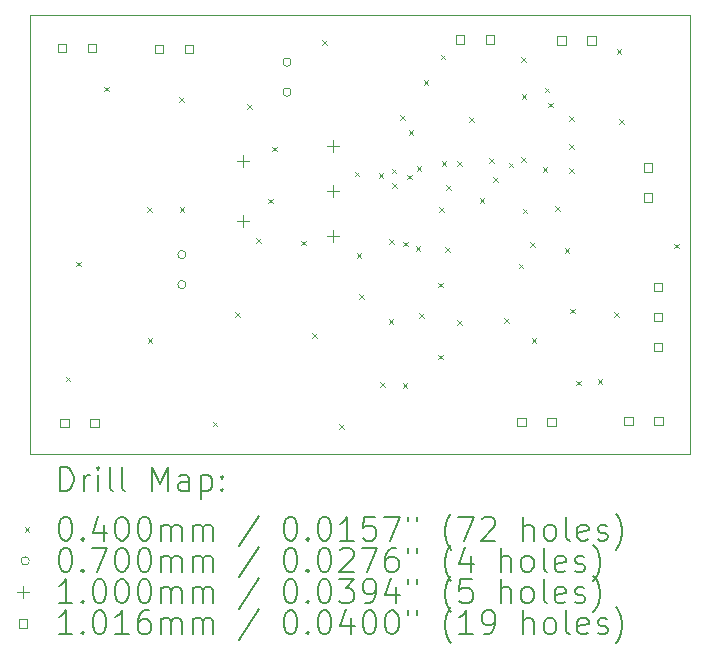
<source format=gbr>
%TF.GenerationSoftware,KiCad,Pcbnew,7.0.10*%
%TF.CreationDate,2024-04-22T16:50:56-07:00*%
%TF.ProjectId,qsd_revC,7173645f-7265-4764-932e-6b696361645f,rev?*%
%TF.SameCoordinates,Original*%
%TF.FileFunction,Drillmap*%
%TF.FilePolarity,Positive*%
%FSLAX45Y45*%
G04 Gerber Fmt 4.5, Leading zero omitted, Abs format (unit mm)*
G04 Created by KiCad (PCBNEW 7.0.10) date 2024-04-22 16:50:56*
%MOMM*%
%LPD*%
G01*
G04 APERTURE LIST*
%ADD10C,0.050000*%
%ADD11C,0.200000*%
%ADD12C,0.100000*%
%ADD13C,0.101600*%
G04 APERTURE END LIST*
D10*
X16947610Y-8858060D02*
X11357610Y-8857860D01*
X11357610Y-8857860D02*
X11357610Y-12570460D01*
X11357610Y-12570460D02*
X16950110Y-12570460D01*
X16950110Y-12570460D02*
X16947610Y-8858060D01*
D11*
D12*
X11663610Y-11916460D02*
X11703610Y-11956460D01*
X11703610Y-11916460D02*
X11663610Y-11956460D01*
X11750610Y-10942460D02*
X11790610Y-10982460D01*
X11790610Y-10942460D02*
X11750610Y-10982460D01*
X11987610Y-9460460D02*
X12027610Y-9500460D01*
X12027610Y-9460460D02*
X11987610Y-9500460D01*
X12352610Y-10479460D02*
X12392610Y-10519460D01*
X12392610Y-10479460D02*
X12352610Y-10519460D01*
X12357610Y-11590460D02*
X12397610Y-11630460D01*
X12397610Y-11590460D02*
X12357610Y-11630460D01*
X12624610Y-9549460D02*
X12664610Y-9589460D01*
X12664610Y-9549460D02*
X12624610Y-9589460D01*
X12627610Y-10480460D02*
X12667610Y-10520460D01*
X12667610Y-10480460D02*
X12627610Y-10520460D01*
X12907610Y-12297460D02*
X12947610Y-12337460D01*
X12947610Y-12297460D02*
X12907610Y-12337460D01*
X13098610Y-11368460D02*
X13138610Y-11408460D01*
X13138610Y-11368460D02*
X13098610Y-11408460D01*
X13197610Y-9610460D02*
X13237610Y-9650460D01*
X13237610Y-9610460D02*
X13197610Y-9650460D01*
X13278610Y-10741460D02*
X13318610Y-10781460D01*
X13318610Y-10741460D02*
X13278610Y-10781460D01*
X13379610Y-10409460D02*
X13419610Y-10449460D01*
X13419610Y-10409460D02*
X13379610Y-10449460D01*
X13409610Y-9968460D02*
X13449610Y-10008460D01*
X13449610Y-9968460D02*
X13409610Y-10008460D01*
X13659610Y-10764460D02*
X13699610Y-10804460D01*
X13699610Y-10764460D02*
X13659610Y-10804460D01*
X13747610Y-11550460D02*
X13787610Y-11590460D01*
X13787610Y-11550460D02*
X13747610Y-11590460D01*
X13837610Y-9070460D02*
X13877610Y-9110460D01*
X13877610Y-9070460D02*
X13837610Y-9110460D01*
X13980610Y-12316460D02*
X14020610Y-12356460D01*
X14020610Y-12316460D02*
X13980610Y-12356460D01*
X14109610Y-10181460D02*
X14149610Y-10221460D01*
X14149610Y-10181460D02*
X14109610Y-10221460D01*
X14127610Y-10870460D02*
X14167610Y-10910460D01*
X14167610Y-10870460D02*
X14127610Y-10910460D01*
X14147610Y-11220460D02*
X14187610Y-11260460D01*
X14187610Y-11220460D02*
X14147610Y-11260460D01*
X14312610Y-10196460D02*
X14352610Y-10236460D01*
X14352610Y-10196460D02*
X14312610Y-10236460D01*
X14327610Y-11960460D02*
X14367610Y-12000460D01*
X14367610Y-11960460D02*
X14327610Y-12000460D01*
X14397610Y-11430460D02*
X14437610Y-11470460D01*
X14437610Y-11430460D02*
X14397610Y-11470460D01*
X14400110Y-10750460D02*
X14440110Y-10790460D01*
X14440110Y-10750460D02*
X14400110Y-10790460D01*
X14422610Y-10156460D02*
X14462610Y-10196460D01*
X14462610Y-10156460D02*
X14422610Y-10196460D01*
X14425610Y-10278460D02*
X14465610Y-10318460D01*
X14465610Y-10278460D02*
X14425610Y-10318460D01*
X14497610Y-9700460D02*
X14537610Y-9740460D01*
X14537610Y-9700460D02*
X14497610Y-9740460D01*
X14517610Y-11970460D02*
X14557610Y-12010460D01*
X14557610Y-11970460D02*
X14517610Y-12010460D01*
X14520110Y-10772960D02*
X14560110Y-10812960D01*
X14560110Y-10772960D02*
X14520110Y-10812960D01*
X14556610Y-10205460D02*
X14596610Y-10245460D01*
X14596610Y-10205460D02*
X14556610Y-10245460D01*
X14567610Y-9831460D02*
X14607610Y-9871460D01*
X14607610Y-9831460D02*
X14567610Y-9871460D01*
X14627610Y-10810460D02*
X14667610Y-10850460D01*
X14667610Y-10810460D02*
X14627610Y-10850460D01*
X14634610Y-10137460D02*
X14674610Y-10177460D01*
X14674610Y-10137460D02*
X14634610Y-10177460D01*
X14657610Y-11380460D02*
X14697610Y-11420460D01*
X14697610Y-11380460D02*
X14657610Y-11420460D01*
X14693610Y-9407460D02*
X14733610Y-9447460D01*
X14733610Y-9407460D02*
X14693610Y-9447460D01*
X14817610Y-11120460D02*
X14857610Y-11160460D01*
X14857610Y-11120460D02*
X14817610Y-11160460D01*
X14817610Y-11730460D02*
X14857610Y-11770460D01*
X14857610Y-11730460D02*
X14817610Y-11770460D01*
X14827610Y-10480460D02*
X14867610Y-10520460D01*
X14867610Y-10480460D02*
X14827610Y-10520460D01*
X14837610Y-9190460D02*
X14877610Y-9230460D01*
X14877610Y-9190460D02*
X14837610Y-9230460D01*
X14847610Y-10090460D02*
X14887610Y-10130460D01*
X14887610Y-10090460D02*
X14847610Y-10130460D01*
X14877610Y-10820460D02*
X14917610Y-10860460D01*
X14917610Y-10820460D02*
X14877610Y-10860460D01*
X14886610Y-10294460D02*
X14926610Y-10334460D01*
X14926610Y-10294460D02*
X14886610Y-10334460D01*
X14975610Y-10091460D02*
X15015610Y-10131460D01*
X15015610Y-10091460D02*
X14975610Y-10131460D01*
X14977610Y-11440460D02*
X15017610Y-11480460D01*
X15017610Y-11440460D02*
X14977610Y-11480460D01*
X15077610Y-9720460D02*
X15117610Y-9760460D01*
X15117610Y-9720460D02*
X15077610Y-9760460D01*
X15167610Y-10408460D02*
X15207610Y-10448460D01*
X15207610Y-10408460D02*
X15167610Y-10448460D01*
X15250610Y-10068460D02*
X15290610Y-10108460D01*
X15290610Y-10068460D02*
X15250610Y-10108460D01*
X15284610Y-10230460D02*
X15324610Y-10270460D01*
X15324610Y-10230460D02*
X15284610Y-10270460D01*
X15377610Y-11420460D02*
X15417610Y-11460460D01*
X15417610Y-11420460D02*
X15377610Y-11460460D01*
X15413610Y-10105460D02*
X15453610Y-10145460D01*
X15453610Y-10105460D02*
X15413610Y-10145460D01*
X15497610Y-10960460D02*
X15537610Y-11000460D01*
X15537610Y-10960460D02*
X15497610Y-11000460D01*
X15517610Y-9210460D02*
X15557610Y-9250460D01*
X15557610Y-9210460D02*
X15517610Y-9250460D01*
X15520610Y-10059460D02*
X15560610Y-10099460D01*
X15560610Y-10059460D02*
X15520610Y-10099460D01*
X15523610Y-9525460D02*
X15563610Y-9565460D01*
X15563610Y-9525460D02*
X15523610Y-9565460D01*
X15532610Y-10493460D02*
X15572610Y-10533460D01*
X15572610Y-10493460D02*
X15532610Y-10533460D01*
X15597610Y-10780460D02*
X15637610Y-10820460D01*
X15637610Y-10780460D02*
X15597610Y-10820460D01*
X15607610Y-11590460D02*
X15647610Y-11630460D01*
X15647610Y-11590460D02*
X15607610Y-11630460D01*
X15701610Y-10141460D02*
X15741610Y-10181460D01*
X15741610Y-10141460D02*
X15701610Y-10181460D01*
X15717610Y-9470460D02*
X15757610Y-9510460D01*
X15757610Y-9470460D02*
X15717610Y-9510460D01*
X15749610Y-9596460D02*
X15789610Y-9636460D01*
X15789610Y-9596460D02*
X15749610Y-9636460D01*
X15805610Y-10475460D02*
X15845610Y-10515460D01*
X15845610Y-10475460D02*
X15805610Y-10515460D01*
X15887610Y-10830460D02*
X15927610Y-10870460D01*
X15927610Y-10830460D02*
X15887610Y-10870460D01*
X15925610Y-9950460D02*
X15965610Y-9990460D01*
X15965610Y-9950460D02*
X15925610Y-9990460D01*
X15926610Y-10151460D02*
X15966610Y-10191460D01*
X15966610Y-10151460D02*
X15926610Y-10191460D01*
X15927610Y-9710460D02*
X15967610Y-9750460D01*
X15967610Y-9710460D02*
X15927610Y-9750460D01*
X15937610Y-11340460D02*
X15977610Y-11380460D01*
X15977610Y-11340460D02*
X15937610Y-11380460D01*
X15987610Y-11950460D02*
X16027610Y-11990460D01*
X16027610Y-11950460D02*
X15987610Y-11990460D01*
X16167610Y-11940460D02*
X16207610Y-11980460D01*
X16207610Y-11940460D02*
X16167610Y-11980460D01*
X16307610Y-11370460D02*
X16347610Y-11410460D01*
X16347610Y-11370460D02*
X16307610Y-11410460D01*
X16327610Y-9141460D02*
X16367610Y-9181460D01*
X16367610Y-9141460D02*
X16327610Y-9181460D01*
X16350610Y-9739460D02*
X16390610Y-9779460D01*
X16390610Y-9739460D02*
X16350610Y-9779460D01*
X16817610Y-10790460D02*
X16857610Y-10830460D01*
X16857610Y-10790460D02*
X16817610Y-10830460D01*
X12682610Y-10883460D02*
G75*
G03*
X12612610Y-10883460I-35000J0D01*
G01*
X12612610Y-10883460D02*
G75*
G03*
X12682610Y-10883460I35000J0D01*
G01*
X12682610Y-11137460D02*
G75*
G03*
X12612610Y-11137460I-35000J0D01*
G01*
X12612610Y-11137460D02*
G75*
G03*
X12682610Y-11137460I35000J0D01*
G01*
X13572610Y-9253460D02*
G75*
G03*
X13502610Y-9253460I-35000J0D01*
G01*
X13502610Y-9253460D02*
G75*
G03*
X13572610Y-9253460I35000J0D01*
G01*
X13572610Y-9507460D02*
G75*
G03*
X13502610Y-9507460I-35000J0D01*
G01*
X13502610Y-9507460D02*
G75*
G03*
X13572610Y-9507460I35000J0D01*
G01*
X13161610Y-10041460D02*
X13161610Y-10141460D01*
X13111610Y-10091460D02*
X13211610Y-10091460D01*
X13161610Y-10549460D02*
X13161610Y-10649460D01*
X13111610Y-10599460D02*
X13211610Y-10599460D01*
X13923610Y-9914460D02*
X13923610Y-10014460D01*
X13873610Y-9964460D02*
X13973610Y-9964460D01*
X13923610Y-10295460D02*
X13923610Y-10395460D01*
X13873610Y-10345460D02*
X13973610Y-10345460D01*
X13923610Y-10676460D02*
X13923610Y-10776460D01*
X13873610Y-10726460D02*
X13973610Y-10726460D01*
D13*
X11666531Y-9171381D02*
X11666531Y-9099539D01*
X11594689Y-9099539D01*
X11594689Y-9171381D01*
X11666531Y-9171381D01*
X11691531Y-12346381D02*
X11691531Y-12274539D01*
X11619689Y-12274539D01*
X11619689Y-12346381D01*
X11691531Y-12346381D01*
X11920531Y-9171381D02*
X11920531Y-9099539D01*
X11848689Y-9099539D01*
X11848689Y-9171381D01*
X11920531Y-9171381D01*
X11945531Y-12346381D02*
X11945531Y-12274539D01*
X11873689Y-12274539D01*
X11873689Y-12346381D01*
X11945531Y-12346381D01*
X12489031Y-9178881D02*
X12489031Y-9107039D01*
X12417189Y-9107039D01*
X12417189Y-9178881D01*
X12489031Y-9178881D01*
X12743031Y-9178881D02*
X12743031Y-9107039D01*
X12671189Y-9107039D01*
X12671189Y-9178881D01*
X12743031Y-9178881D01*
X15036531Y-9096381D02*
X15036531Y-9024539D01*
X14964689Y-9024539D01*
X14964689Y-9096381D01*
X15036531Y-9096381D01*
X15290531Y-9096381D02*
X15290531Y-9024539D01*
X15218689Y-9024539D01*
X15218689Y-9096381D01*
X15290531Y-9096381D01*
X15559531Y-12336381D02*
X15559531Y-12264539D01*
X15487689Y-12264539D01*
X15487689Y-12336381D01*
X15559531Y-12336381D01*
X15813531Y-12336381D02*
X15813531Y-12264539D01*
X15741689Y-12264539D01*
X15741689Y-12336381D01*
X15813531Y-12336381D01*
X15896531Y-9106381D02*
X15896531Y-9034539D01*
X15824689Y-9034539D01*
X15824689Y-9106381D01*
X15896531Y-9106381D01*
X16150531Y-9106381D02*
X16150531Y-9034539D01*
X16078689Y-9034539D01*
X16078689Y-9106381D01*
X16150531Y-9106381D01*
X16466531Y-12326381D02*
X16466531Y-12254539D01*
X16394689Y-12254539D01*
X16394689Y-12326381D01*
X16466531Y-12326381D01*
X16631031Y-10183881D02*
X16631031Y-10112039D01*
X16559189Y-10112039D01*
X16559189Y-10183881D01*
X16631031Y-10183881D01*
X16631031Y-10437881D02*
X16631031Y-10366039D01*
X16559189Y-10366039D01*
X16559189Y-10437881D01*
X16631031Y-10437881D01*
X16713531Y-11192381D02*
X16713531Y-11120539D01*
X16641689Y-11120539D01*
X16641689Y-11192381D01*
X16713531Y-11192381D01*
X16713531Y-11446381D02*
X16713531Y-11374539D01*
X16641689Y-11374539D01*
X16641689Y-11446381D01*
X16713531Y-11446381D01*
X16713531Y-11700381D02*
X16713531Y-11628539D01*
X16641689Y-11628539D01*
X16641689Y-11700381D01*
X16713531Y-11700381D01*
X16720531Y-12326381D02*
X16720531Y-12254539D01*
X16648689Y-12254539D01*
X16648689Y-12326381D01*
X16720531Y-12326381D01*
D11*
X11615887Y-12884444D02*
X11615887Y-12684444D01*
X11615887Y-12684444D02*
X11663506Y-12684444D01*
X11663506Y-12684444D02*
X11692077Y-12693968D01*
X11692077Y-12693968D02*
X11711125Y-12713015D01*
X11711125Y-12713015D02*
X11720649Y-12732063D01*
X11720649Y-12732063D02*
X11730172Y-12770158D01*
X11730172Y-12770158D02*
X11730172Y-12798729D01*
X11730172Y-12798729D02*
X11720649Y-12836825D01*
X11720649Y-12836825D02*
X11711125Y-12855872D01*
X11711125Y-12855872D02*
X11692077Y-12874920D01*
X11692077Y-12874920D02*
X11663506Y-12884444D01*
X11663506Y-12884444D02*
X11615887Y-12884444D01*
X11815887Y-12884444D02*
X11815887Y-12751110D01*
X11815887Y-12789206D02*
X11825411Y-12770158D01*
X11825411Y-12770158D02*
X11834934Y-12760634D01*
X11834934Y-12760634D02*
X11853982Y-12751110D01*
X11853982Y-12751110D02*
X11873030Y-12751110D01*
X11939696Y-12884444D02*
X11939696Y-12751110D01*
X11939696Y-12684444D02*
X11930172Y-12693968D01*
X11930172Y-12693968D02*
X11939696Y-12703491D01*
X11939696Y-12703491D02*
X11949220Y-12693968D01*
X11949220Y-12693968D02*
X11939696Y-12684444D01*
X11939696Y-12684444D02*
X11939696Y-12703491D01*
X12063506Y-12884444D02*
X12044458Y-12874920D01*
X12044458Y-12874920D02*
X12034934Y-12855872D01*
X12034934Y-12855872D02*
X12034934Y-12684444D01*
X12168268Y-12884444D02*
X12149220Y-12874920D01*
X12149220Y-12874920D02*
X12139696Y-12855872D01*
X12139696Y-12855872D02*
X12139696Y-12684444D01*
X12396839Y-12884444D02*
X12396839Y-12684444D01*
X12396839Y-12684444D02*
X12463506Y-12827301D01*
X12463506Y-12827301D02*
X12530172Y-12684444D01*
X12530172Y-12684444D02*
X12530172Y-12884444D01*
X12711125Y-12884444D02*
X12711125Y-12779682D01*
X12711125Y-12779682D02*
X12701601Y-12760634D01*
X12701601Y-12760634D02*
X12682553Y-12751110D01*
X12682553Y-12751110D02*
X12644458Y-12751110D01*
X12644458Y-12751110D02*
X12625411Y-12760634D01*
X12711125Y-12874920D02*
X12692077Y-12884444D01*
X12692077Y-12884444D02*
X12644458Y-12884444D01*
X12644458Y-12884444D02*
X12625411Y-12874920D01*
X12625411Y-12874920D02*
X12615887Y-12855872D01*
X12615887Y-12855872D02*
X12615887Y-12836825D01*
X12615887Y-12836825D02*
X12625411Y-12817777D01*
X12625411Y-12817777D02*
X12644458Y-12808253D01*
X12644458Y-12808253D02*
X12692077Y-12808253D01*
X12692077Y-12808253D02*
X12711125Y-12798729D01*
X12806363Y-12751110D02*
X12806363Y-12951110D01*
X12806363Y-12760634D02*
X12825411Y-12751110D01*
X12825411Y-12751110D02*
X12863506Y-12751110D01*
X12863506Y-12751110D02*
X12882553Y-12760634D01*
X12882553Y-12760634D02*
X12892077Y-12770158D01*
X12892077Y-12770158D02*
X12901601Y-12789206D01*
X12901601Y-12789206D02*
X12901601Y-12846348D01*
X12901601Y-12846348D02*
X12892077Y-12865396D01*
X12892077Y-12865396D02*
X12882553Y-12874920D01*
X12882553Y-12874920D02*
X12863506Y-12884444D01*
X12863506Y-12884444D02*
X12825411Y-12884444D01*
X12825411Y-12884444D02*
X12806363Y-12874920D01*
X12987315Y-12865396D02*
X12996839Y-12874920D01*
X12996839Y-12874920D02*
X12987315Y-12884444D01*
X12987315Y-12884444D02*
X12977792Y-12874920D01*
X12977792Y-12874920D02*
X12987315Y-12865396D01*
X12987315Y-12865396D02*
X12987315Y-12884444D01*
X12987315Y-12760634D02*
X12996839Y-12770158D01*
X12996839Y-12770158D02*
X12987315Y-12779682D01*
X12987315Y-12779682D02*
X12977792Y-12770158D01*
X12977792Y-12770158D02*
X12987315Y-12760634D01*
X12987315Y-12760634D02*
X12987315Y-12779682D01*
D12*
X11315110Y-13192960D02*
X11355110Y-13232960D01*
X11355110Y-13192960D02*
X11315110Y-13232960D01*
D11*
X11653982Y-13104444D02*
X11673030Y-13104444D01*
X11673030Y-13104444D02*
X11692077Y-13113968D01*
X11692077Y-13113968D02*
X11701601Y-13123491D01*
X11701601Y-13123491D02*
X11711125Y-13142539D01*
X11711125Y-13142539D02*
X11720649Y-13180634D01*
X11720649Y-13180634D02*
X11720649Y-13228253D01*
X11720649Y-13228253D02*
X11711125Y-13266348D01*
X11711125Y-13266348D02*
X11701601Y-13285396D01*
X11701601Y-13285396D02*
X11692077Y-13294920D01*
X11692077Y-13294920D02*
X11673030Y-13304444D01*
X11673030Y-13304444D02*
X11653982Y-13304444D01*
X11653982Y-13304444D02*
X11634934Y-13294920D01*
X11634934Y-13294920D02*
X11625411Y-13285396D01*
X11625411Y-13285396D02*
X11615887Y-13266348D01*
X11615887Y-13266348D02*
X11606363Y-13228253D01*
X11606363Y-13228253D02*
X11606363Y-13180634D01*
X11606363Y-13180634D02*
X11615887Y-13142539D01*
X11615887Y-13142539D02*
X11625411Y-13123491D01*
X11625411Y-13123491D02*
X11634934Y-13113968D01*
X11634934Y-13113968D02*
X11653982Y-13104444D01*
X11806363Y-13285396D02*
X11815887Y-13294920D01*
X11815887Y-13294920D02*
X11806363Y-13304444D01*
X11806363Y-13304444D02*
X11796839Y-13294920D01*
X11796839Y-13294920D02*
X11806363Y-13285396D01*
X11806363Y-13285396D02*
X11806363Y-13304444D01*
X11987315Y-13171110D02*
X11987315Y-13304444D01*
X11939696Y-13094920D02*
X11892077Y-13237777D01*
X11892077Y-13237777D02*
X12015887Y-13237777D01*
X12130172Y-13104444D02*
X12149220Y-13104444D01*
X12149220Y-13104444D02*
X12168268Y-13113968D01*
X12168268Y-13113968D02*
X12177792Y-13123491D01*
X12177792Y-13123491D02*
X12187315Y-13142539D01*
X12187315Y-13142539D02*
X12196839Y-13180634D01*
X12196839Y-13180634D02*
X12196839Y-13228253D01*
X12196839Y-13228253D02*
X12187315Y-13266348D01*
X12187315Y-13266348D02*
X12177792Y-13285396D01*
X12177792Y-13285396D02*
X12168268Y-13294920D01*
X12168268Y-13294920D02*
X12149220Y-13304444D01*
X12149220Y-13304444D02*
X12130172Y-13304444D01*
X12130172Y-13304444D02*
X12111125Y-13294920D01*
X12111125Y-13294920D02*
X12101601Y-13285396D01*
X12101601Y-13285396D02*
X12092077Y-13266348D01*
X12092077Y-13266348D02*
X12082553Y-13228253D01*
X12082553Y-13228253D02*
X12082553Y-13180634D01*
X12082553Y-13180634D02*
X12092077Y-13142539D01*
X12092077Y-13142539D02*
X12101601Y-13123491D01*
X12101601Y-13123491D02*
X12111125Y-13113968D01*
X12111125Y-13113968D02*
X12130172Y-13104444D01*
X12320649Y-13104444D02*
X12339696Y-13104444D01*
X12339696Y-13104444D02*
X12358744Y-13113968D01*
X12358744Y-13113968D02*
X12368268Y-13123491D01*
X12368268Y-13123491D02*
X12377792Y-13142539D01*
X12377792Y-13142539D02*
X12387315Y-13180634D01*
X12387315Y-13180634D02*
X12387315Y-13228253D01*
X12387315Y-13228253D02*
X12377792Y-13266348D01*
X12377792Y-13266348D02*
X12368268Y-13285396D01*
X12368268Y-13285396D02*
X12358744Y-13294920D01*
X12358744Y-13294920D02*
X12339696Y-13304444D01*
X12339696Y-13304444D02*
X12320649Y-13304444D01*
X12320649Y-13304444D02*
X12301601Y-13294920D01*
X12301601Y-13294920D02*
X12292077Y-13285396D01*
X12292077Y-13285396D02*
X12282553Y-13266348D01*
X12282553Y-13266348D02*
X12273030Y-13228253D01*
X12273030Y-13228253D02*
X12273030Y-13180634D01*
X12273030Y-13180634D02*
X12282553Y-13142539D01*
X12282553Y-13142539D02*
X12292077Y-13123491D01*
X12292077Y-13123491D02*
X12301601Y-13113968D01*
X12301601Y-13113968D02*
X12320649Y-13104444D01*
X12473030Y-13304444D02*
X12473030Y-13171110D01*
X12473030Y-13190158D02*
X12482553Y-13180634D01*
X12482553Y-13180634D02*
X12501601Y-13171110D01*
X12501601Y-13171110D02*
X12530173Y-13171110D01*
X12530173Y-13171110D02*
X12549220Y-13180634D01*
X12549220Y-13180634D02*
X12558744Y-13199682D01*
X12558744Y-13199682D02*
X12558744Y-13304444D01*
X12558744Y-13199682D02*
X12568268Y-13180634D01*
X12568268Y-13180634D02*
X12587315Y-13171110D01*
X12587315Y-13171110D02*
X12615887Y-13171110D01*
X12615887Y-13171110D02*
X12634934Y-13180634D01*
X12634934Y-13180634D02*
X12644458Y-13199682D01*
X12644458Y-13199682D02*
X12644458Y-13304444D01*
X12739696Y-13304444D02*
X12739696Y-13171110D01*
X12739696Y-13190158D02*
X12749220Y-13180634D01*
X12749220Y-13180634D02*
X12768268Y-13171110D01*
X12768268Y-13171110D02*
X12796839Y-13171110D01*
X12796839Y-13171110D02*
X12815887Y-13180634D01*
X12815887Y-13180634D02*
X12825411Y-13199682D01*
X12825411Y-13199682D02*
X12825411Y-13304444D01*
X12825411Y-13199682D02*
X12834934Y-13180634D01*
X12834934Y-13180634D02*
X12853982Y-13171110D01*
X12853982Y-13171110D02*
X12882553Y-13171110D01*
X12882553Y-13171110D02*
X12901601Y-13180634D01*
X12901601Y-13180634D02*
X12911125Y-13199682D01*
X12911125Y-13199682D02*
X12911125Y-13304444D01*
X13301601Y-13094920D02*
X13130173Y-13352063D01*
X13558744Y-13104444D02*
X13577792Y-13104444D01*
X13577792Y-13104444D02*
X13596839Y-13113968D01*
X13596839Y-13113968D02*
X13606363Y-13123491D01*
X13606363Y-13123491D02*
X13615887Y-13142539D01*
X13615887Y-13142539D02*
X13625411Y-13180634D01*
X13625411Y-13180634D02*
X13625411Y-13228253D01*
X13625411Y-13228253D02*
X13615887Y-13266348D01*
X13615887Y-13266348D02*
X13606363Y-13285396D01*
X13606363Y-13285396D02*
X13596839Y-13294920D01*
X13596839Y-13294920D02*
X13577792Y-13304444D01*
X13577792Y-13304444D02*
X13558744Y-13304444D01*
X13558744Y-13304444D02*
X13539696Y-13294920D01*
X13539696Y-13294920D02*
X13530173Y-13285396D01*
X13530173Y-13285396D02*
X13520649Y-13266348D01*
X13520649Y-13266348D02*
X13511125Y-13228253D01*
X13511125Y-13228253D02*
X13511125Y-13180634D01*
X13511125Y-13180634D02*
X13520649Y-13142539D01*
X13520649Y-13142539D02*
X13530173Y-13123491D01*
X13530173Y-13123491D02*
X13539696Y-13113968D01*
X13539696Y-13113968D02*
X13558744Y-13104444D01*
X13711125Y-13285396D02*
X13720649Y-13294920D01*
X13720649Y-13294920D02*
X13711125Y-13304444D01*
X13711125Y-13304444D02*
X13701601Y-13294920D01*
X13701601Y-13294920D02*
X13711125Y-13285396D01*
X13711125Y-13285396D02*
X13711125Y-13304444D01*
X13844458Y-13104444D02*
X13863506Y-13104444D01*
X13863506Y-13104444D02*
X13882554Y-13113968D01*
X13882554Y-13113968D02*
X13892077Y-13123491D01*
X13892077Y-13123491D02*
X13901601Y-13142539D01*
X13901601Y-13142539D02*
X13911125Y-13180634D01*
X13911125Y-13180634D02*
X13911125Y-13228253D01*
X13911125Y-13228253D02*
X13901601Y-13266348D01*
X13901601Y-13266348D02*
X13892077Y-13285396D01*
X13892077Y-13285396D02*
X13882554Y-13294920D01*
X13882554Y-13294920D02*
X13863506Y-13304444D01*
X13863506Y-13304444D02*
X13844458Y-13304444D01*
X13844458Y-13304444D02*
X13825411Y-13294920D01*
X13825411Y-13294920D02*
X13815887Y-13285396D01*
X13815887Y-13285396D02*
X13806363Y-13266348D01*
X13806363Y-13266348D02*
X13796839Y-13228253D01*
X13796839Y-13228253D02*
X13796839Y-13180634D01*
X13796839Y-13180634D02*
X13806363Y-13142539D01*
X13806363Y-13142539D02*
X13815887Y-13123491D01*
X13815887Y-13123491D02*
X13825411Y-13113968D01*
X13825411Y-13113968D02*
X13844458Y-13104444D01*
X14101601Y-13304444D02*
X13987316Y-13304444D01*
X14044458Y-13304444D02*
X14044458Y-13104444D01*
X14044458Y-13104444D02*
X14025411Y-13133015D01*
X14025411Y-13133015D02*
X14006363Y-13152063D01*
X14006363Y-13152063D02*
X13987316Y-13161587D01*
X14282554Y-13104444D02*
X14187316Y-13104444D01*
X14187316Y-13104444D02*
X14177792Y-13199682D01*
X14177792Y-13199682D02*
X14187316Y-13190158D01*
X14187316Y-13190158D02*
X14206363Y-13180634D01*
X14206363Y-13180634D02*
X14253982Y-13180634D01*
X14253982Y-13180634D02*
X14273030Y-13190158D01*
X14273030Y-13190158D02*
X14282554Y-13199682D01*
X14282554Y-13199682D02*
X14292077Y-13218729D01*
X14292077Y-13218729D02*
X14292077Y-13266348D01*
X14292077Y-13266348D02*
X14282554Y-13285396D01*
X14282554Y-13285396D02*
X14273030Y-13294920D01*
X14273030Y-13294920D02*
X14253982Y-13304444D01*
X14253982Y-13304444D02*
X14206363Y-13304444D01*
X14206363Y-13304444D02*
X14187316Y-13294920D01*
X14187316Y-13294920D02*
X14177792Y-13285396D01*
X14358744Y-13104444D02*
X14492077Y-13104444D01*
X14492077Y-13104444D02*
X14406363Y-13304444D01*
X14558744Y-13104444D02*
X14558744Y-13142539D01*
X14634935Y-13104444D02*
X14634935Y-13142539D01*
X14930173Y-13380634D02*
X14920649Y-13371110D01*
X14920649Y-13371110D02*
X14901601Y-13342539D01*
X14901601Y-13342539D02*
X14892078Y-13323491D01*
X14892078Y-13323491D02*
X14882554Y-13294920D01*
X14882554Y-13294920D02*
X14873030Y-13247301D01*
X14873030Y-13247301D02*
X14873030Y-13209206D01*
X14873030Y-13209206D02*
X14882554Y-13161587D01*
X14882554Y-13161587D02*
X14892078Y-13133015D01*
X14892078Y-13133015D02*
X14901601Y-13113968D01*
X14901601Y-13113968D02*
X14920649Y-13085396D01*
X14920649Y-13085396D02*
X14930173Y-13075872D01*
X14987316Y-13104444D02*
X15120649Y-13104444D01*
X15120649Y-13104444D02*
X15034935Y-13304444D01*
X15187316Y-13123491D02*
X15196839Y-13113968D01*
X15196839Y-13113968D02*
X15215887Y-13104444D01*
X15215887Y-13104444D02*
X15263506Y-13104444D01*
X15263506Y-13104444D02*
X15282554Y-13113968D01*
X15282554Y-13113968D02*
X15292078Y-13123491D01*
X15292078Y-13123491D02*
X15301601Y-13142539D01*
X15301601Y-13142539D02*
X15301601Y-13161587D01*
X15301601Y-13161587D02*
X15292078Y-13190158D01*
X15292078Y-13190158D02*
X15177792Y-13304444D01*
X15177792Y-13304444D02*
X15301601Y-13304444D01*
X15539697Y-13304444D02*
X15539697Y-13104444D01*
X15625411Y-13304444D02*
X15625411Y-13199682D01*
X15625411Y-13199682D02*
X15615887Y-13180634D01*
X15615887Y-13180634D02*
X15596840Y-13171110D01*
X15596840Y-13171110D02*
X15568268Y-13171110D01*
X15568268Y-13171110D02*
X15549220Y-13180634D01*
X15549220Y-13180634D02*
X15539697Y-13190158D01*
X15749220Y-13304444D02*
X15730173Y-13294920D01*
X15730173Y-13294920D02*
X15720649Y-13285396D01*
X15720649Y-13285396D02*
X15711125Y-13266348D01*
X15711125Y-13266348D02*
X15711125Y-13209206D01*
X15711125Y-13209206D02*
X15720649Y-13190158D01*
X15720649Y-13190158D02*
X15730173Y-13180634D01*
X15730173Y-13180634D02*
X15749220Y-13171110D01*
X15749220Y-13171110D02*
X15777792Y-13171110D01*
X15777792Y-13171110D02*
X15796840Y-13180634D01*
X15796840Y-13180634D02*
X15806363Y-13190158D01*
X15806363Y-13190158D02*
X15815887Y-13209206D01*
X15815887Y-13209206D02*
X15815887Y-13266348D01*
X15815887Y-13266348D02*
X15806363Y-13285396D01*
X15806363Y-13285396D02*
X15796840Y-13294920D01*
X15796840Y-13294920D02*
X15777792Y-13304444D01*
X15777792Y-13304444D02*
X15749220Y-13304444D01*
X15930173Y-13304444D02*
X15911125Y-13294920D01*
X15911125Y-13294920D02*
X15901601Y-13275872D01*
X15901601Y-13275872D02*
X15901601Y-13104444D01*
X16082554Y-13294920D02*
X16063506Y-13304444D01*
X16063506Y-13304444D02*
X16025411Y-13304444D01*
X16025411Y-13304444D02*
X16006363Y-13294920D01*
X16006363Y-13294920D02*
X15996840Y-13275872D01*
X15996840Y-13275872D02*
X15996840Y-13199682D01*
X15996840Y-13199682D02*
X16006363Y-13180634D01*
X16006363Y-13180634D02*
X16025411Y-13171110D01*
X16025411Y-13171110D02*
X16063506Y-13171110D01*
X16063506Y-13171110D02*
X16082554Y-13180634D01*
X16082554Y-13180634D02*
X16092078Y-13199682D01*
X16092078Y-13199682D02*
X16092078Y-13218729D01*
X16092078Y-13218729D02*
X15996840Y-13237777D01*
X16168268Y-13294920D02*
X16187316Y-13304444D01*
X16187316Y-13304444D02*
X16225411Y-13304444D01*
X16225411Y-13304444D02*
X16244459Y-13294920D01*
X16244459Y-13294920D02*
X16253982Y-13275872D01*
X16253982Y-13275872D02*
X16253982Y-13266348D01*
X16253982Y-13266348D02*
X16244459Y-13247301D01*
X16244459Y-13247301D02*
X16225411Y-13237777D01*
X16225411Y-13237777D02*
X16196840Y-13237777D01*
X16196840Y-13237777D02*
X16177792Y-13228253D01*
X16177792Y-13228253D02*
X16168268Y-13209206D01*
X16168268Y-13209206D02*
X16168268Y-13199682D01*
X16168268Y-13199682D02*
X16177792Y-13180634D01*
X16177792Y-13180634D02*
X16196840Y-13171110D01*
X16196840Y-13171110D02*
X16225411Y-13171110D01*
X16225411Y-13171110D02*
X16244459Y-13180634D01*
X16320649Y-13380634D02*
X16330173Y-13371110D01*
X16330173Y-13371110D02*
X16349221Y-13342539D01*
X16349221Y-13342539D02*
X16358744Y-13323491D01*
X16358744Y-13323491D02*
X16368268Y-13294920D01*
X16368268Y-13294920D02*
X16377792Y-13247301D01*
X16377792Y-13247301D02*
X16377792Y-13209206D01*
X16377792Y-13209206D02*
X16368268Y-13161587D01*
X16368268Y-13161587D02*
X16358744Y-13133015D01*
X16358744Y-13133015D02*
X16349221Y-13113968D01*
X16349221Y-13113968D02*
X16330173Y-13085396D01*
X16330173Y-13085396D02*
X16320649Y-13075872D01*
D12*
X11355110Y-13476960D02*
G75*
G03*
X11285110Y-13476960I-35000J0D01*
G01*
X11285110Y-13476960D02*
G75*
G03*
X11355110Y-13476960I35000J0D01*
G01*
D11*
X11653982Y-13368444D02*
X11673030Y-13368444D01*
X11673030Y-13368444D02*
X11692077Y-13377968D01*
X11692077Y-13377968D02*
X11701601Y-13387491D01*
X11701601Y-13387491D02*
X11711125Y-13406539D01*
X11711125Y-13406539D02*
X11720649Y-13444634D01*
X11720649Y-13444634D02*
X11720649Y-13492253D01*
X11720649Y-13492253D02*
X11711125Y-13530348D01*
X11711125Y-13530348D02*
X11701601Y-13549396D01*
X11701601Y-13549396D02*
X11692077Y-13558920D01*
X11692077Y-13558920D02*
X11673030Y-13568444D01*
X11673030Y-13568444D02*
X11653982Y-13568444D01*
X11653982Y-13568444D02*
X11634934Y-13558920D01*
X11634934Y-13558920D02*
X11625411Y-13549396D01*
X11625411Y-13549396D02*
X11615887Y-13530348D01*
X11615887Y-13530348D02*
X11606363Y-13492253D01*
X11606363Y-13492253D02*
X11606363Y-13444634D01*
X11606363Y-13444634D02*
X11615887Y-13406539D01*
X11615887Y-13406539D02*
X11625411Y-13387491D01*
X11625411Y-13387491D02*
X11634934Y-13377968D01*
X11634934Y-13377968D02*
X11653982Y-13368444D01*
X11806363Y-13549396D02*
X11815887Y-13558920D01*
X11815887Y-13558920D02*
X11806363Y-13568444D01*
X11806363Y-13568444D02*
X11796839Y-13558920D01*
X11796839Y-13558920D02*
X11806363Y-13549396D01*
X11806363Y-13549396D02*
X11806363Y-13568444D01*
X11882553Y-13368444D02*
X12015887Y-13368444D01*
X12015887Y-13368444D02*
X11930172Y-13568444D01*
X12130172Y-13368444D02*
X12149220Y-13368444D01*
X12149220Y-13368444D02*
X12168268Y-13377968D01*
X12168268Y-13377968D02*
X12177792Y-13387491D01*
X12177792Y-13387491D02*
X12187315Y-13406539D01*
X12187315Y-13406539D02*
X12196839Y-13444634D01*
X12196839Y-13444634D02*
X12196839Y-13492253D01*
X12196839Y-13492253D02*
X12187315Y-13530348D01*
X12187315Y-13530348D02*
X12177792Y-13549396D01*
X12177792Y-13549396D02*
X12168268Y-13558920D01*
X12168268Y-13558920D02*
X12149220Y-13568444D01*
X12149220Y-13568444D02*
X12130172Y-13568444D01*
X12130172Y-13568444D02*
X12111125Y-13558920D01*
X12111125Y-13558920D02*
X12101601Y-13549396D01*
X12101601Y-13549396D02*
X12092077Y-13530348D01*
X12092077Y-13530348D02*
X12082553Y-13492253D01*
X12082553Y-13492253D02*
X12082553Y-13444634D01*
X12082553Y-13444634D02*
X12092077Y-13406539D01*
X12092077Y-13406539D02*
X12101601Y-13387491D01*
X12101601Y-13387491D02*
X12111125Y-13377968D01*
X12111125Y-13377968D02*
X12130172Y-13368444D01*
X12320649Y-13368444D02*
X12339696Y-13368444D01*
X12339696Y-13368444D02*
X12358744Y-13377968D01*
X12358744Y-13377968D02*
X12368268Y-13387491D01*
X12368268Y-13387491D02*
X12377792Y-13406539D01*
X12377792Y-13406539D02*
X12387315Y-13444634D01*
X12387315Y-13444634D02*
X12387315Y-13492253D01*
X12387315Y-13492253D02*
X12377792Y-13530348D01*
X12377792Y-13530348D02*
X12368268Y-13549396D01*
X12368268Y-13549396D02*
X12358744Y-13558920D01*
X12358744Y-13558920D02*
X12339696Y-13568444D01*
X12339696Y-13568444D02*
X12320649Y-13568444D01*
X12320649Y-13568444D02*
X12301601Y-13558920D01*
X12301601Y-13558920D02*
X12292077Y-13549396D01*
X12292077Y-13549396D02*
X12282553Y-13530348D01*
X12282553Y-13530348D02*
X12273030Y-13492253D01*
X12273030Y-13492253D02*
X12273030Y-13444634D01*
X12273030Y-13444634D02*
X12282553Y-13406539D01*
X12282553Y-13406539D02*
X12292077Y-13387491D01*
X12292077Y-13387491D02*
X12301601Y-13377968D01*
X12301601Y-13377968D02*
X12320649Y-13368444D01*
X12473030Y-13568444D02*
X12473030Y-13435110D01*
X12473030Y-13454158D02*
X12482553Y-13444634D01*
X12482553Y-13444634D02*
X12501601Y-13435110D01*
X12501601Y-13435110D02*
X12530173Y-13435110D01*
X12530173Y-13435110D02*
X12549220Y-13444634D01*
X12549220Y-13444634D02*
X12558744Y-13463682D01*
X12558744Y-13463682D02*
X12558744Y-13568444D01*
X12558744Y-13463682D02*
X12568268Y-13444634D01*
X12568268Y-13444634D02*
X12587315Y-13435110D01*
X12587315Y-13435110D02*
X12615887Y-13435110D01*
X12615887Y-13435110D02*
X12634934Y-13444634D01*
X12634934Y-13444634D02*
X12644458Y-13463682D01*
X12644458Y-13463682D02*
X12644458Y-13568444D01*
X12739696Y-13568444D02*
X12739696Y-13435110D01*
X12739696Y-13454158D02*
X12749220Y-13444634D01*
X12749220Y-13444634D02*
X12768268Y-13435110D01*
X12768268Y-13435110D02*
X12796839Y-13435110D01*
X12796839Y-13435110D02*
X12815887Y-13444634D01*
X12815887Y-13444634D02*
X12825411Y-13463682D01*
X12825411Y-13463682D02*
X12825411Y-13568444D01*
X12825411Y-13463682D02*
X12834934Y-13444634D01*
X12834934Y-13444634D02*
X12853982Y-13435110D01*
X12853982Y-13435110D02*
X12882553Y-13435110D01*
X12882553Y-13435110D02*
X12901601Y-13444634D01*
X12901601Y-13444634D02*
X12911125Y-13463682D01*
X12911125Y-13463682D02*
X12911125Y-13568444D01*
X13301601Y-13358920D02*
X13130173Y-13616063D01*
X13558744Y-13368444D02*
X13577792Y-13368444D01*
X13577792Y-13368444D02*
X13596839Y-13377968D01*
X13596839Y-13377968D02*
X13606363Y-13387491D01*
X13606363Y-13387491D02*
X13615887Y-13406539D01*
X13615887Y-13406539D02*
X13625411Y-13444634D01*
X13625411Y-13444634D02*
X13625411Y-13492253D01*
X13625411Y-13492253D02*
X13615887Y-13530348D01*
X13615887Y-13530348D02*
X13606363Y-13549396D01*
X13606363Y-13549396D02*
X13596839Y-13558920D01*
X13596839Y-13558920D02*
X13577792Y-13568444D01*
X13577792Y-13568444D02*
X13558744Y-13568444D01*
X13558744Y-13568444D02*
X13539696Y-13558920D01*
X13539696Y-13558920D02*
X13530173Y-13549396D01*
X13530173Y-13549396D02*
X13520649Y-13530348D01*
X13520649Y-13530348D02*
X13511125Y-13492253D01*
X13511125Y-13492253D02*
X13511125Y-13444634D01*
X13511125Y-13444634D02*
X13520649Y-13406539D01*
X13520649Y-13406539D02*
X13530173Y-13387491D01*
X13530173Y-13387491D02*
X13539696Y-13377968D01*
X13539696Y-13377968D02*
X13558744Y-13368444D01*
X13711125Y-13549396D02*
X13720649Y-13558920D01*
X13720649Y-13558920D02*
X13711125Y-13568444D01*
X13711125Y-13568444D02*
X13701601Y-13558920D01*
X13701601Y-13558920D02*
X13711125Y-13549396D01*
X13711125Y-13549396D02*
X13711125Y-13568444D01*
X13844458Y-13368444D02*
X13863506Y-13368444D01*
X13863506Y-13368444D02*
X13882554Y-13377968D01*
X13882554Y-13377968D02*
X13892077Y-13387491D01*
X13892077Y-13387491D02*
X13901601Y-13406539D01*
X13901601Y-13406539D02*
X13911125Y-13444634D01*
X13911125Y-13444634D02*
X13911125Y-13492253D01*
X13911125Y-13492253D02*
X13901601Y-13530348D01*
X13901601Y-13530348D02*
X13892077Y-13549396D01*
X13892077Y-13549396D02*
X13882554Y-13558920D01*
X13882554Y-13558920D02*
X13863506Y-13568444D01*
X13863506Y-13568444D02*
X13844458Y-13568444D01*
X13844458Y-13568444D02*
X13825411Y-13558920D01*
X13825411Y-13558920D02*
X13815887Y-13549396D01*
X13815887Y-13549396D02*
X13806363Y-13530348D01*
X13806363Y-13530348D02*
X13796839Y-13492253D01*
X13796839Y-13492253D02*
X13796839Y-13444634D01*
X13796839Y-13444634D02*
X13806363Y-13406539D01*
X13806363Y-13406539D02*
X13815887Y-13387491D01*
X13815887Y-13387491D02*
X13825411Y-13377968D01*
X13825411Y-13377968D02*
X13844458Y-13368444D01*
X13987316Y-13387491D02*
X13996839Y-13377968D01*
X13996839Y-13377968D02*
X14015887Y-13368444D01*
X14015887Y-13368444D02*
X14063506Y-13368444D01*
X14063506Y-13368444D02*
X14082554Y-13377968D01*
X14082554Y-13377968D02*
X14092077Y-13387491D01*
X14092077Y-13387491D02*
X14101601Y-13406539D01*
X14101601Y-13406539D02*
X14101601Y-13425587D01*
X14101601Y-13425587D02*
X14092077Y-13454158D01*
X14092077Y-13454158D02*
X13977792Y-13568444D01*
X13977792Y-13568444D02*
X14101601Y-13568444D01*
X14168268Y-13368444D02*
X14301601Y-13368444D01*
X14301601Y-13368444D02*
X14215887Y-13568444D01*
X14463506Y-13368444D02*
X14425411Y-13368444D01*
X14425411Y-13368444D02*
X14406363Y-13377968D01*
X14406363Y-13377968D02*
X14396839Y-13387491D01*
X14396839Y-13387491D02*
X14377792Y-13416063D01*
X14377792Y-13416063D02*
X14368268Y-13454158D01*
X14368268Y-13454158D02*
X14368268Y-13530348D01*
X14368268Y-13530348D02*
X14377792Y-13549396D01*
X14377792Y-13549396D02*
X14387316Y-13558920D01*
X14387316Y-13558920D02*
X14406363Y-13568444D01*
X14406363Y-13568444D02*
X14444458Y-13568444D01*
X14444458Y-13568444D02*
X14463506Y-13558920D01*
X14463506Y-13558920D02*
X14473030Y-13549396D01*
X14473030Y-13549396D02*
X14482554Y-13530348D01*
X14482554Y-13530348D02*
X14482554Y-13482729D01*
X14482554Y-13482729D02*
X14473030Y-13463682D01*
X14473030Y-13463682D02*
X14463506Y-13454158D01*
X14463506Y-13454158D02*
X14444458Y-13444634D01*
X14444458Y-13444634D02*
X14406363Y-13444634D01*
X14406363Y-13444634D02*
X14387316Y-13454158D01*
X14387316Y-13454158D02*
X14377792Y-13463682D01*
X14377792Y-13463682D02*
X14368268Y-13482729D01*
X14558744Y-13368444D02*
X14558744Y-13406539D01*
X14634935Y-13368444D02*
X14634935Y-13406539D01*
X14930173Y-13644634D02*
X14920649Y-13635110D01*
X14920649Y-13635110D02*
X14901601Y-13606539D01*
X14901601Y-13606539D02*
X14892078Y-13587491D01*
X14892078Y-13587491D02*
X14882554Y-13558920D01*
X14882554Y-13558920D02*
X14873030Y-13511301D01*
X14873030Y-13511301D02*
X14873030Y-13473206D01*
X14873030Y-13473206D02*
X14882554Y-13425587D01*
X14882554Y-13425587D02*
X14892078Y-13397015D01*
X14892078Y-13397015D02*
X14901601Y-13377968D01*
X14901601Y-13377968D02*
X14920649Y-13349396D01*
X14920649Y-13349396D02*
X14930173Y-13339872D01*
X15092078Y-13435110D02*
X15092078Y-13568444D01*
X15044458Y-13358920D02*
X14996839Y-13501777D01*
X14996839Y-13501777D02*
X15120649Y-13501777D01*
X15349220Y-13568444D02*
X15349220Y-13368444D01*
X15434935Y-13568444D02*
X15434935Y-13463682D01*
X15434935Y-13463682D02*
X15425411Y-13444634D01*
X15425411Y-13444634D02*
X15406363Y-13435110D01*
X15406363Y-13435110D02*
X15377792Y-13435110D01*
X15377792Y-13435110D02*
X15358744Y-13444634D01*
X15358744Y-13444634D02*
X15349220Y-13454158D01*
X15558744Y-13568444D02*
X15539697Y-13558920D01*
X15539697Y-13558920D02*
X15530173Y-13549396D01*
X15530173Y-13549396D02*
X15520649Y-13530348D01*
X15520649Y-13530348D02*
X15520649Y-13473206D01*
X15520649Y-13473206D02*
X15530173Y-13454158D01*
X15530173Y-13454158D02*
X15539697Y-13444634D01*
X15539697Y-13444634D02*
X15558744Y-13435110D01*
X15558744Y-13435110D02*
X15587316Y-13435110D01*
X15587316Y-13435110D02*
X15606363Y-13444634D01*
X15606363Y-13444634D02*
X15615887Y-13454158D01*
X15615887Y-13454158D02*
X15625411Y-13473206D01*
X15625411Y-13473206D02*
X15625411Y-13530348D01*
X15625411Y-13530348D02*
X15615887Y-13549396D01*
X15615887Y-13549396D02*
X15606363Y-13558920D01*
X15606363Y-13558920D02*
X15587316Y-13568444D01*
X15587316Y-13568444D02*
X15558744Y-13568444D01*
X15739697Y-13568444D02*
X15720649Y-13558920D01*
X15720649Y-13558920D02*
X15711125Y-13539872D01*
X15711125Y-13539872D02*
X15711125Y-13368444D01*
X15892078Y-13558920D02*
X15873030Y-13568444D01*
X15873030Y-13568444D02*
X15834935Y-13568444D01*
X15834935Y-13568444D02*
X15815887Y-13558920D01*
X15815887Y-13558920D02*
X15806363Y-13539872D01*
X15806363Y-13539872D02*
X15806363Y-13463682D01*
X15806363Y-13463682D02*
X15815887Y-13444634D01*
X15815887Y-13444634D02*
X15834935Y-13435110D01*
X15834935Y-13435110D02*
X15873030Y-13435110D01*
X15873030Y-13435110D02*
X15892078Y-13444634D01*
X15892078Y-13444634D02*
X15901601Y-13463682D01*
X15901601Y-13463682D02*
X15901601Y-13482729D01*
X15901601Y-13482729D02*
X15806363Y-13501777D01*
X15977792Y-13558920D02*
X15996840Y-13568444D01*
X15996840Y-13568444D02*
X16034935Y-13568444D01*
X16034935Y-13568444D02*
X16053982Y-13558920D01*
X16053982Y-13558920D02*
X16063506Y-13539872D01*
X16063506Y-13539872D02*
X16063506Y-13530348D01*
X16063506Y-13530348D02*
X16053982Y-13511301D01*
X16053982Y-13511301D02*
X16034935Y-13501777D01*
X16034935Y-13501777D02*
X16006363Y-13501777D01*
X16006363Y-13501777D02*
X15987316Y-13492253D01*
X15987316Y-13492253D02*
X15977792Y-13473206D01*
X15977792Y-13473206D02*
X15977792Y-13463682D01*
X15977792Y-13463682D02*
X15987316Y-13444634D01*
X15987316Y-13444634D02*
X16006363Y-13435110D01*
X16006363Y-13435110D02*
X16034935Y-13435110D01*
X16034935Y-13435110D02*
X16053982Y-13444634D01*
X16130173Y-13644634D02*
X16139697Y-13635110D01*
X16139697Y-13635110D02*
X16158744Y-13606539D01*
X16158744Y-13606539D02*
X16168268Y-13587491D01*
X16168268Y-13587491D02*
X16177792Y-13558920D01*
X16177792Y-13558920D02*
X16187316Y-13511301D01*
X16187316Y-13511301D02*
X16187316Y-13473206D01*
X16187316Y-13473206D02*
X16177792Y-13425587D01*
X16177792Y-13425587D02*
X16168268Y-13397015D01*
X16168268Y-13397015D02*
X16158744Y-13377968D01*
X16158744Y-13377968D02*
X16139697Y-13349396D01*
X16139697Y-13349396D02*
X16130173Y-13339872D01*
D12*
X11305110Y-13690960D02*
X11305110Y-13790960D01*
X11255110Y-13740960D02*
X11355110Y-13740960D01*
D11*
X11720649Y-13832444D02*
X11606363Y-13832444D01*
X11663506Y-13832444D02*
X11663506Y-13632444D01*
X11663506Y-13632444D02*
X11644458Y-13661015D01*
X11644458Y-13661015D02*
X11625411Y-13680063D01*
X11625411Y-13680063D02*
X11606363Y-13689587D01*
X11806363Y-13813396D02*
X11815887Y-13822920D01*
X11815887Y-13822920D02*
X11806363Y-13832444D01*
X11806363Y-13832444D02*
X11796839Y-13822920D01*
X11796839Y-13822920D02*
X11806363Y-13813396D01*
X11806363Y-13813396D02*
X11806363Y-13832444D01*
X11939696Y-13632444D02*
X11958744Y-13632444D01*
X11958744Y-13632444D02*
X11977792Y-13641968D01*
X11977792Y-13641968D02*
X11987315Y-13651491D01*
X11987315Y-13651491D02*
X11996839Y-13670539D01*
X11996839Y-13670539D02*
X12006363Y-13708634D01*
X12006363Y-13708634D02*
X12006363Y-13756253D01*
X12006363Y-13756253D02*
X11996839Y-13794348D01*
X11996839Y-13794348D02*
X11987315Y-13813396D01*
X11987315Y-13813396D02*
X11977792Y-13822920D01*
X11977792Y-13822920D02*
X11958744Y-13832444D01*
X11958744Y-13832444D02*
X11939696Y-13832444D01*
X11939696Y-13832444D02*
X11920649Y-13822920D01*
X11920649Y-13822920D02*
X11911125Y-13813396D01*
X11911125Y-13813396D02*
X11901601Y-13794348D01*
X11901601Y-13794348D02*
X11892077Y-13756253D01*
X11892077Y-13756253D02*
X11892077Y-13708634D01*
X11892077Y-13708634D02*
X11901601Y-13670539D01*
X11901601Y-13670539D02*
X11911125Y-13651491D01*
X11911125Y-13651491D02*
X11920649Y-13641968D01*
X11920649Y-13641968D02*
X11939696Y-13632444D01*
X12130172Y-13632444D02*
X12149220Y-13632444D01*
X12149220Y-13632444D02*
X12168268Y-13641968D01*
X12168268Y-13641968D02*
X12177792Y-13651491D01*
X12177792Y-13651491D02*
X12187315Y-13670539D01*
X12187315Y-13670539D02*
X12196839Y-13708634D01*
X12196839Y-13708634D02*
X12196839Y-13756253D01*
X12196839Y-13756253D02*
X12187315Y-13794348D01*
X12187315Y-13794348D02*
X12177792Y-13813396D01*
X12177792Y-13813396D02*
X12168268Y-13822920D01*
X12168268Y-13822920D02*
X12149220Y-13832444D01*
X12149220Y-13832444D02*
X12130172Y-13832444D01*
X12130172Y-13832444D02*
X12111125Y-13822920D01*
X12111125Y-13822920D02*
X12101601Y-13813396D01*
X12101601Y-13813396D02*
X12092077Y-13794348D01*
X12092077Y-13794348D02*
X12082553Y-13756253D01*
X12082553Y-13756253D02*
X12082553Y-13708634D01*
X12082553Y-13708634D02*
X12092077Y-13670539D01*
X12092077Y-13670539D02*
X12101601Y-13651491D01*
X12101601Y-13651491D02*
X12111125Y-13641968D01*
X12111125Y-13641968D02*
X12130172Y-13632444D01*
X12320649Y-13632444D02*
X12339696Y-13632444D01*
X12339696Y-13632444D02*
X12358744Y-13641968D01*
X12358744Y-13641968D02*
X12368268Y-13651491D01*
X12368268Y-13651491D02*
X12377792Y-13670539D01*
X12377792Y-13670539D02*
X12387315Y-13708634D01*
X12387315Y-13708634D02*
X12387315Y-13756253D01*
X12387315Y-13756253D02*
X12377792Y-13794348D01*
X12377792Y-13794348D02*
X12368268Y-13813396D01*
X12368268Y-13813396D02*
X12358744Y-13822920D01*
X12358744Y-13822920D02*
X12339696Y-13832444D01*
X12339696Y-13832444D02*
X12320649Y-13832444D01*
X12320649Y-13832444D02*
X12301601Y-13822920D01*
X12301601Y-13822920D02*
X12292077Y-13813396D01*
X12292077Y-13813396D02*
X12282553Y-13794348D01*
X12282553Y-13794348D02*
X12273030Y-13756253D01*
X12273030Y-13756253D02*
X12273030Y-13708634D01*
X12273030Y-13708634D02*
X12282553Y-13670539D01*
X12282553Y-13670539D02*
X12292077Y-13651491D01*
X12292077Y-13651491D02*
X12301601Y-13641968D01*
X12301601Y-13641968D02*
X12320649Y-13632444D01*
X12473030Y-13832444D02*
X12473030Y-13699110D01*
X12473030Y-13718158D02*
X12482553Y-13708634D01*
X12482553Y-13708634D02*
X12501601Y-13699110D01*
X12501601Y-13699110D02*
X12530173Y-13699110D01*
X12530173Y-13699110D02*
X12549220Y-13708634D01*
X12549220Y-13708634D02*
X12558744Y-13727682D01*
X12558744Y-13727682D02*
X12558744Y-13832444D01*
X12558744Y-13727682D02*
X12568268Y-13708634D01*
X12568268Y-13708634D02*
X12587315Y-13699110D01*
X12587315Y-13699110D02*
X12615887Y-13699110D01*
X12615887Y-13699110D02*
X12634934Y-13708634D01*
X12634934Y-13708634D02*
X12644458Y-13727682D01*
X12644458Y-13727682D02*
X12644458Y-13832444D01*
X12739696Y-13832444D02*
X12739696Y-13699110D01*
X12739696Y-13718158D02*
X12749220Y-13708634D01*
X12749220Y-13708634D02*
X12768268Y-13699110D01*
X12768268Y-13699110D02*
X12796839Y-13699110D01*
X12796839Y-13699110D02*
X12815887Y-13708634D01*
X12815887Y-13708634D02*
X12825411Y-13727682D01*
X12825411Y-13727682D02*
X12825411Y-13832444D01*
X12825411Y-13727682D02*
X12834934Y-13708634D01*
X12834934Y-13708634D02*
X12853982Y-13699110D01*
X12853982Y-13699110D02*
X12882553Y-13699110D01*
X12882553Y-13699110D02*
X12901601Y-13708634D01*
X12901601Y-13708634D02*
X12911125Y-13727682D01*
X12911125Y-13727682D02*
X12911125Y-13832444D01*
X13301601Y-13622920D02*
X13130173Y-13880063D01*
X13558744Y-13632444D02*
X13577792Y-13632444D01*
X13577792Y-13632444D02*
X13596839Y-13641968D01*
X13596839Y-13641968D02*
X13606363Y-13651491D01*
X13606363Y-13651491D02*
X13615887Y-13670539D01*
X13615887Y-13670539D02*
X13625411Y-13708634D01*
X13625411Y-13708634D02*
X13625411Y-13756253D01*
X13625411Y-13756253D02*
X13615887Y-13794348D01*
X13615887Y-13794348D02*
X13606363Y-13813396D01*
X13606363Y-13813396D02*
X13596839Y-13822920D01*
X13596839Y-13822920D02*
X13577792Y-13832444D01*
X13577792Y-13832444D02*
X13558744Y-13832444D01*
X13558744Y-13832444D02*
X13539696Y-13822920D01*
X13539696Y-13822920D02*
X13530173Y-13813396D01*
X13530173Y-13813396D02*
X13520649Y-13794348D01*
X13520649Y-13794348D02*
X13511125Y-13756253D01*
X13511125Y-13756253D02*
X13511125Y-13708634D01*
X13511125Y-13708634D02*
X13520649Y-13670539D01*
X13520649Y-13670539D02*
X13530173Y-13651491D01*
X13530173Y-13651491D02*
X13539696Y-13641968D01*
X13539696Y-13641968D02*
X13558744Y-13632444D01*
X13711125Y-13813396D02*
X13720649Y-13822920D01*
X13720649Y-13822920D02*
X13711125Y-13832444D01*
X13711125Y-13832444D02*
X13701601Y-13822920D01*
X13701601Y-13822920D02*
X13711125Y-13813396D01*
X13711125Y-13813396D02*
X13711125Y-13832444D01*
X13844458Y-13632444D02*
X13863506Y-13632444D01*
X13863506Y-13632444D02*
X13882554Y-13641968D01*
X13882554Y-13641968D02*
X13892077Y-13651491D01*
X13892077Y-13651491D02*
X13901601Y-13670539D01*
X13901601Y-13670539D02*
X13911125Y-13708634D01*
X13911125Y-13708634D02*
X13911125Y-13756253D01*
X13911125Y-13756253D02*
X13901601Y-13794348D01*
X13901601Y-13794348D02*
X13892077Y-13813396D01*
X13892077Y-13813396D02*
X13882554Y-13822920D01*
X13882554Y-13822920D02*
X13863506Y-13832444D01*
X13863506Y-13832444D02*
X13844458Y-13832444D01*
X13844458Y-13832444D02*
X13825411Y-13822920D01*
X13825411Y-13822920D02*
X13815887Y-13813396D01*
X13815887Y-13813396D02*
X13806363Y-13794348D01*
X13806363Y-13794348D02*
X13796839Y-13756253D01*
X13796839Y-13756253D02*
X13796839Y-13708634D01*
X13796839Y-13708634D02*
X13806363Y-13670539D01*
X13806363Y-13670539D02*
X13815887Y-13651491D01*
X13815887Y-13651491D02*
X13825411Y-13641968D01*
X13825411Y-13641968D02*
X13844458Y-13632444D01*
X13977792Y-13632444D02*
X14101601Y-13632444D01*
X14101601Y-13632444D02*
X14034935Y-13708634D01*
X14034935Y-13708634D02*
X14063506Y-13708634D01*
X14063506Y-13708634D02*
X14082554Y-13718158D01*
X14082554Y-13718158D02*
X14092077Y-13727682D01*
X14092077Y-13727682D02*
X14101601Y-13746729D01*
X14101601Y-13746729D02*
X14101601Y-13794348D01*
X14101601Y-13794348D02*
X14092077Y-13813396D01*
X14092077Y-13813396D02*
X14082554Y-13822920D01*
X14082554Y-13822920D02*
X14063506Y-13832444D01*
X14063506Y-13832444D02*
X14006363Y-13832444D01*
X14006363Y-13832444D02*
X13987316Y-13822920D01*
X13987316Y-13822920D02*
X13977792Y-13813396D01*
X14196839Y-13832444D02*
X14234935Y-13832444D01*
X14234935Y-13832444D02*
X14253982Y-13822920D01*
X14253982Y-13822920D02*
X14263506Y-13813396D01*
X14263506Y-13813396D02*
X14282554Y-13784825D01*
X14282554Y-13784825D02*
X14292077Y-13746729D01*
X14292077Y-13746729D02*
X14292077Y-13670539D01*
X14292077Y-13670539D02*
X14282554Y-13651491D01*
X14282554Y-13651491D02*
X14273030Y-13641968D01*
X14273030Y-13641968D02*
X14253982Y-13632444D01*
X14253982Y-13632444D02*
X14215887Y-13632444D01*
X14215887Y-13632444D02*
X14196839Y-13641968D01*
X14196839Y-13641968D02*
X14187316Y-13651491D01*
X14187316Y-13651491D02*
X14177792Y-13670539D01*
X14177792Y-13670539D02*
X14177792Y-13718158D01*
X14177792Y-13718158D02*
X14187316Y-13737206D01*
X14187316Y-13737206D02*
X14196839Y-13746729D01*
X14196839Y-13746729D02*
X14215887Y-13756253D01*
X14215887Y-13756253D02*
X14253982Y-13756253D01*
X14253982Y-13756253D02*
X14273030Y-13746729D01*
X14273030Y-13746729D02*
X14282554Y-13737206D01*
X14282554Y-13737206D02*
X14292077Y-13718158D01*
X14463506Y-13699110D02*
X14463506Y-13832444D01*
X14415887Y-13622920D02*
X14368268Y-13765777D01*
X14368268Y-13765777D02*
X14492077Y-13765777D01*
X14558744Y-13632444D02*
X14558744Y-13670539D01*
X14634935Y-13632444D02*
X14634935Y-13670539D01*
X14930173Y-13908634D02*
X14920649Y-13899110D01*
X14920649Y-13899110D02*
X14901601Y-13870539D01*
X14901601Y-13870539D02*
X14892078Y-13851491D01*
X14892078Y-13851491D02*
X14882554Y-13822920D01*
X14882554Y-13822920D02*
X14873030Y-13775301D01*
X14873030Y-13775301D02*
X14873030Y-13737206D01*
X14873030Y-13737206D02*
X14882554Y-13689587D01*
X14882554Y-13689587D02*
X14892078Y-13661015D01*
X14892078Y-13661015D02*
X14901601Y-13641968D01*
X14901601Y-13641968D02*
X14920649Y-13613396D01*
X14920649Y-13613396D02*
X14930173Y-13603872D01*
X15101601Y-13632444D02*
X15006363Y-13632444D01*
X15006363Y-13632444D02*
X14996839Y-13727682D01*
X14996839Y-13727682D02*
X15006363Y-13718158D01*
X15006363Y-13718158D02*
X15025411Y-13708634D01*
X15025411Y-13708634D02*
X15073030Y-13708634D01*
X15073030Y-13708634D02*
X15092078Y-13718158D01*
X15092078Y-13718158D02*
X15101601Y-13727682D01*
X15101601Y-13727682D02*
X15111125Y-13746729D01*
X15111125Y-13746729D02*
X15111125Y-13794348D01*
X15111125Y-13794348D02*
X15101601Y-13813396D01*
X15101601Y-13813396D02*
X15092078Y-13822920D01*
X15092078Y-13822920D02*
X15073030Y-13832444D01*
X15073030Y-13832444D02*
X15025411Y-13832444D01*
X15025411Y-13832444D02*
X15006363Y-13822920D01*
X15006363Y-13822920D02*
X14996839Y-13813396D01*
X15349220Y-13832444D02*
X15349220Y-13632444D01*
X15434935Y-13832444D02*
X15434935Y-13727682D01*
X15434935Y-13727682D02*
X15425411Y-13708634D01*
X15425411Y-13708634D02*
X15406363Y-13699110D01*
X15406363Y-13699110D02*
X15377792Y-13699110D01*
X15377792Y-13699110D02*
X15358744Y-13708634D01*
X15358744Y-13708634D02*
X15349220Y-13718158D01*
X15558744Y-13832444D02*
X15539697Y-13822920D01*
X15539697Y-13822920D02*
X15530173Y-13813396D01*
X15530173Y-13813396D02*
X15520649Y-13794348D01*
X15520649Y-13794348D02*
X15520649Y-13737206D01*
X15520649Y-13737206D02*
X15530173Y-13718158D01*
X15530173Y-13718158D02*
X15539697Y-13708634D01*
X15539697Y-13708634D02*
X15558744Y-13699110D01*
X15558744Y-13699110D02*
X15587316Y-13699110D01*
X15587316Y-13699110D02*
X15606363Y-13708634D01*
X15606363Y-13708634D02*
X15615887Y-13718158D01*
X15615887Y-13718158D02*
X15625411Y-13737206D01*
X15625411Y-13737206D02*
X15625411Y-13794348D01*
X15625411Y-13794348D02*
X15615887Y-13813396D01*
X15615887Y-13813396D02*
X15606363Y-13822920D01*
X15606363Y-13822920D02*
X15587316Y-13832444D01*
X15587316Y-13832444D02*
X15558744Y-13832444D01*
X15739697Y-13832444D02*
X15720649Y-13822920D01*
X15720649Y-13822920D02*
X15711125Y-13803872D01*
X15711125Y-13803872D02*
X15711125Y-13632444D01*
X15892078Y-13822920D02*
X15873030Y-13832444D01*
X15873030Y-13832444D02*
X15834935Y-13832444D01*
X15834935Y-13832444D02*
X15815887Y-13822920D01*
X15815887Y-13822920D02*
X15806363Y-13803872D01*
X15806363Y-13803872D02*
X15806363Y-13727682D01*
X15806363Y-13727682D02*
X15815887Y-13708634D01*
X15815887Y-13708634D02*
X15834935Y-13699110D01*
X15834935Y-13699110D02*
X15873030Y-13699110D01*
X15873030Y-13699110D02*
X15892078Y-13708634D01*
X15892078Y-13708634D02*
X15901601Y-13727682D01*
X15901601Y-13727682D02*
X15901601Y-13746729D01*
X15901601Y-13746729D02*
X15806363Y-13765777D01*
X15977792Y-13822920D02*
X15996840Y-13832444D01*
X15996840Y-13832444D02*
X16034935Y-13832444D01*
X16034935Y-13832444D02*
X16053982Y-13822920D01*
X16053982Y-13822920D02*
X16063506Y-13803872D01*
X16063506Y-13803872D02*
X16063506Y-13794348D01*
X16063506Y-13794348D02*
X16053982Y-13775301D01*
X16053982Y-13775301D02*
X16034935Y-13765777D01*
X16034935Y-13765777D02*
X16006363Y-13765777D01*
X16006363Y-13765777D02*
X15987316Y-13756253D01*
X15987316Y-13756253D02*
X15977792Y-13737206D01*
X15977792Y-13737206D02*
X15977792Y-13727682D01*
X15977792Y-13727682D02*
X15987316Y-13708634D01*
X15987316Y-13708634D02*
X16006363Y-13699110D01*
X16006363Y-13699110D02*
X16034935Y-13699110D01*
X16034935Y-13699110D02*
X16053982Y-13708634D01*
X16130173Y-13908634D02*
X16139697Y-13899110D01*
X16139697Y-13899110D02*
X16158744Y-13870539D01*
X16158744Y-13870539D02*
X16168268Y-13851491D01*
X16168268Y-13851491D02*
X16177792Y-13822920D01*
X16177792Y-13822920D02*
X16187316Y-13775301D01*
X16187316Y-13775301D02*
X16187316Y-13737206D01*
X16187316Y-13737206D02*
X16177792Y-13689587D01*
X16177792Y-13689587D02*
X16168268Y-13661015D01*
X16168268Y-13661015D02*
X16158744Y-13641968D01*
X16158744Y-13641968D02*
X16139697Y-13613396D01*
X16139697Y-13613396D02*
X16130173Y-13603872D01*
D13*
X11340231Y-14040881D02*
X11340231Y-13969039D01*
X11268389Y-13969039D01*
X11268389Y-14040881D01*
X11340231Y-14040881D01*
D11*
X11720649Y-14096444D02*
X11606363Y-14096444D01*
X11663506Y-14096444D02*
X11663506Y-13896444D01*
X11663506Y-13896444D02*
X11644458Y-13925015D01*
X11644458Y-13925015D02*
X11625411Y-13944063D01*
X11625411Y-13944063D02*
X11606363Y-13953587D01*
X11806363Y-14077396D02*
X11815887Y-14086920D01*
X11815887Y-14086920D02*
X11806363Y-14096444D01*
X11806363Y-14096444D02*
X11796839Y-14086920D01*
X11796839Y-14086920D02*
X11806363Y-14077396D01*
X11806363Y-14077396D02*
X11806363Y-14096444D01*
X11939696Y-13896444D02*
X11958744Y-13896444D01*
X11958744Y-13896444D02*
X11977792Y-13905968D01*
X11977792Y-13905968D02*
X11987315Y-13915491D01*
X11987315Y-13915491D02*
X11996839Y-13934539D01*
X11996839Y-13934539D02*
X12006363Y-13972634D01*
X12006363Y-13972634D02*
X12006363Y-14020253D01*
X12006363Y-14020253D02*
X11996839Y-14058348D01*
X11996839Y-14058348D02*
X11987315Y-14077396D01*
X11987315Y-14077396D02*
X11977792Y-14086920D01*
X11977792Y-14086920D02*
X11958744Y-14096444D01*
X11958744Y-14096444D02*
X11939696Y-14096444D01*
X11939696Y-14096444D02*
X11920649Y-14086920D01*
X11920649Y-14086920D02*
X11911125Y-14077396D01*
X11911125Y-14077396D02*
X11901601Y-14058348D01*
X11901601Y-14058348D02*
X11892077Y-14020253D01*
X11892077Y-14020253D02*
X11892077Y-13972634D01*
X11892077Y-13972634D02*
X11901601Y-13934539D01*
X11901601Y-13934539D02*
X11911125Y-13915491D01*
X11911125Y-13915491D02*
X11920649Y-13905968D01*
X11920649Y-13905968D02*
X11939696Y-13896444D01*
X12196839Y-14096444D02*
X12082553Y-14096444D01*
X12139696Y-14096444D02*
X12139696Y-13896444D01*
X12139696Y-13896444D02*
X12120649Y-13925015D01*
X12120649Y-13925015D02*
X12101601Y-13944063D01*
X12101601Y-13944063D02*
X12082553Y-13953587D01*
X12368268Y-13896444D02*
X12330172Y-13896444D01*
X12330172Y-13896444D02*
X12311125Y-13905968D01*
X12311125Y-13905968D02*
X12301601Y-13915491D01*
X12301601Y-13915491D02*
X12282553Y-13944063D01*
X12282553Y-13944063D02*
X12273030Y-13982158D01*
X12273030Y-13982158D02*
X12273030Y-14058348D01*
X12273030Y-14058348D02*
X12282553Y-14077396D01*
X12282553Y-14077396D02*
X12292077Y-14086920D01*
X12292077Y-14086920D02*
X12311125Y-14096444D01*
X12311125Y-14096444D02*
X12349220Y-14096444D01*
X12349220Y-14096444D02*
X12368268Y-14086920D01*
X12368268Y-14086920D02*
X12377792Y-14077396D01*
X12377792Y-14077396D02*
X12387315Y-14058348D01*
X12387315Y-14058348D02*
X12387315Y-14010729D01*
X12387315Y-14010729D02*
X12377792Y-13991682D01*
X12377792Y-13991682D02*
X12368268Y-13982158D01*
X12368268Y-13982158D02*
X12349220Y-13972634D01*
X12349220Y-13972634D02*
X12311125Y-13972634D01*
X12311125Y-13972634D02*
X12292077Y-13982158D01*
X12292077Y-13982158D02*
X12282553Y-13991682D01*
X12282553Y-13991682D02*
X12273030Y-14010729D01*
X12473030Y-14096444D02*
X12473030Y-13963110D01*
X12473030Y-13982158D02*
X12482553Y-13972634D01*
X12482553Y-13972634D02*
X12501601Y-13963110D01*
X12501601Y-13963110D02*
X12530173Y-13963110D01*
X12530173Y-13963110D02*
X12549220Y-13972634D01*
X12549220Y-13972634D02*
X12558744Y-13991682D01*
X12558744Y-13991682D02*
X12558744Y-14096444D01*
X12558744Y-13991682D02*
X12568268Y-13972634D01*
X12568268Y-13972634D02*
X12587315Y-13963110D01*
X12587315Y-13963110D02*
X12615887Y-13963110D01*
X12615887Y-13963110D02*
X12634934Y-13972634D01*
X12634934Y-13972634D02*
X12644458Y-13991682D01*
X12644458Y-13991682D02*
X12644458Y-14096444D01*
X12739696Y-14096444D02*
X12739696Y-13963110D01*
X12739696Y-13982158D02*
X12749220Y-13972634D01*
X12749220Y-13972634D02*
X12768268Y-13963110D01*
X12768268Y-13963110D02*
X12796839Y-13963110D01*
X12796839Y-13963110D02*
X12815887Y-13972634D01*
X12815887Y-13972634D02*
X12825411Y-13991682D01*
X12825411Y-13991682D02*
X12825411Y-14096444D01*
X12825411Y-13991682D02*
X12834934Y-13972634D01*
X12834934Y-13972634D02*
X12853982Y-13963110D01*
X12853982Y-13963110D02*
X12882553Y-13963110D01*
X12882553Y-13963110D02*
X12901601Y-13972634D01*
X12901601Y-13972634D02*
X12911125Y-13991682D01*
X12911125Y-13991682D02*
X12911125Y-14096444D01*
X13301601Y-13886920D02*
X13130173Y-14144063D01*
X13558744Y-13896444D02*
X13577792Y-13896444D01*
X13577792Y-13896444D02*
X13596839Y-13905968D01*
X13596839Y-13905968D02*
X13606363Y-13915491D01*
X13606363Y-13915491D02*
X13615887Y-13934539D01*
X13615887Y-13934539D02*
X13625411Y-13972634D01*
X13625411Y-13972634D02*
X13625411Y-14020253D01*
X13625411Y-14020253D02*
X13615887Y-14058348D01*
X13615887Y-14058348D02*
X13606363Y-14077396D01*
X13606363Y-14077396D02*
X13596839Y-14086920D01*
X13596839Y-14086920D02*
X13577792Y-14096444D01*
X13577792Y-14096444D02*
X13558744Y-14096444D01*
X13558744Y-14096444D02*
X13539696Y-14086920D01*
X13539696Y-14086920D02*
X13530173Y-14077396D01*
X13530173Y-14077396D02*
X13520649Y-14058348D01*
X13520649Y-14058348D02*
X13511125Y-14020253D01*
X13511125Y-14020253D02*
X13511125Y-13972634D01*
X13511125Y-13972634D02*
X13520649Y-13934539D01*
X13520649Y-13934539D02*
X13530173Y-13915491D01*
X13530173Y-13915491D02*
X13539696Y-13905968D01*
X13539696Y-13905968D02*
X13558744Y-13896444D01*
X13711125Y-14077396D02*
X13720649Y-14086920D01*
X13720649Y-14086920D02*
X13711125Y-14096444D01*
X13711125Y-14096444D02*
X13701601Y-14086920D01*
X13701601Y-14086920D02*
X13711125Y-14077396D01*
X13711125Y-14077396D02*
X13711125Y-14096444D01*
X13844458Y-13896444D02*
X13863506Y-13896444D01*
X13863506Y-13896444D02*
X13882554Y-13905968D01*
X13882554Y-13905968D02*
X13892077Y-13915491D01*
X13892077Y-13915491D02*
X13901601Y-13934539D01*
X13901601Y-13934539D02*
X13911125Y-13972634D01*
X13911125Y-13972634D02*
X13911125Y-14020253D01*
X13911125Y-14020253D02*
X13901601Y-14058348D01*
X13901601Y-14058348D02*
X13892077Y-14077396D01*
X13892077Y-14077396D02*
X13882554Y-14086920D01*
X13882554Y-14086920D02*
X13863506Y-14096444D01*
X13863506Y-14096444D02*
X13844458Y-14096444D01*
X13844458Y-14096444D02*
X13825411Y-14086920D01*
X13825411Y-14086920D02*
X13815887Y-14077396D01*
X13815887Y-14077396D02*
X13806363Y-14058348D01*
X13806363Y-14058348D02*
X13796839Y-14020253D01*
X13796839Y-14020253D02*
X13796839Y-13972634D01*
X13796839Y-13972634D02*
X13806363Y-13934539D01*
X13806363Y-13934539D02*
X13815887Y-13915491D01*
X13815887Y-13915491D02*
X13825411Y-13905968D01*
X13825411Y-13905968D02*
X13844458Y-13896444D01*
X14082554Y-13963110D02*
X14082554Y-14096444D01*
X14034935Y-13886920D02*
X13987316Y-14029777D01*
X13987316Y-14029777D02*
X14111125Y-14029777D01*
X14225411Y-13896444D02*
X14244458Y-13896444D01*
X14244458Y-13896444D02*
X14263506Y-13905968D01*
X14263506Y-13905968D02*
X14273030Y-13915491D01*
X14273030Y-13915491D02*
X14282554Y-13934539D01*
X14282554Y-13934539D02*
X14292077Y-13972634D01*
X14292077Y-13972634D02*
X14292077Y-14020253D01*
X14292077Y-14020253D02*
X14282554Y-14058348D01*
X14282554Y-14058348D02*
X14273030Y-14077396D01*
X14273030Y-14077396D02*
X14263506Y-14086920D01*
X14263506Y-14086920D02*
X14244458Y-14096444D01*
X14244458Y-14096444D02*
X14225411Y-14096444D01*
X14225411Y-14096444D02*
X14206363Y-14086920D01*
X14206363Y-14086920D02*
X14196839Y-14077396D01*
X14196839Y-14077396D02*
X14187316Y-14058348D01*
X14187316Y-14058348D02*
X14177792Y-14020253D01*
X14177792Y-14020253D02*
X14177792Y-13972634D01*
X14177792Y-13972634D02*
X14187316Y-13934539D01*
X14187316Y-13934539D02*
X14196839Y-13915491D01*
X14196839Y-13915491D02*
X14206363Y-13905968D01*
X14206363Y-13905968D02*
X14225411Y-13896444D01*
X14415887Y-13896444D02*
X14434935Y-13896444D01*
X14434935Y-13896444D02*
X14453982Y-13905968D01*
X14453982Y-13905968D02*
X14463506Y-13915491D01*
X14463506Y-13915491D02*
X14473030Y-13934539D01*
X14473030Y-13934539D02*
X14482554Y-13972634D01*
X14482554Y-13972634D02*
X14482554Y-14020253D01*
X14482554Y-14020253D02*
X14473030Y-14058348D01*
X14473030Y-14058348D02*
X14463506Y-14077396D01*
X14463506Y-14077396D02*
X14453982Y-14086920D01*
X14453982Y-14086920D02*
X14434935Y-14096444D01*
X14434935Y-14096444D02*
X14415887Y-14096444D01*
X14415887Y-14096444D02*
X14396839Y-14086920D01*
X14396839Y-14086920D02*
X14387316Y-14077396D01*
X14387316Y-14077396D02*
X14377792Y-14058348D01*
X14377792Y-14058348D02*
X14368268Y-14020253D01*
X14368268Y-14020253D02*
X14368268Y-13972634D01*
X14368268Y-13972634D02*
X14377792Y-13934539D01*
X14377792Y-13934539D02*
X14387316Y-13915491D01*
X14387316Y-13915491D02*
X14396839Y-13905968D01*
X14396839Y-13905968D02*
X14415887Y-13896444D01*
X14558744Y-13896444D02*
X14558744Y-13934539D01*
X14634935Y-13896444D02*
X14634935Y-13934539D01*
X14930173Y-14172634D02*
X14920649Y-14163110D01*
X14920649Y-14163110D02*
X14901601Y-14134539D01*
X14901601Y-14134539D02*
X14892078Y-14115491D01*
X14892078Y-14115491D02*
X14882554Y-14086920D01*
X14882554Y-14086920D02*
X14873030Y-14039301D01*
X14873030Y-14039301D02*
X14873030Y-14001206D01*
X14873030Y-14001206D02*
X14882554Y-13953587D01*
X14882554Y-13953587D02*
X14892078Y-13925015D01*
X14892078Y-13925015D02*
X14901601Y-13905968D01*
X14901601Y-13905968D02*
X14920649Y-13877396D01*
X14920649Y-13877396D02*
X14930173Y-13867872D01*
X15111125Y-14096444D02*
X14996839Y-14096444D01*
X15053982Y-14096444D02*
X15053982Y-13896444D01*
X15053982Y-13896444D02*
X15034935Y-13925015D01*
X15034935Y-13925015D02*
X15015887Y-13944063D01*
X15015887Y-13944063D02*
X14996839Y-13953587D01*
X15206363Y-14096444D02*
X15244458Y-14096444D01*
X15244458Y-14096444D02*
X15263506Y-14086920D01*
X15263506Y-14086920D02*
X15273030Y-14077396D01*
X15273030Y-14077396D02*
X15292078Y-14048825D01*
X15292078Y-14048825D02*
X15301601Y-14010729D01*
X15301601Y-14010729D02*
X15301601Y-13934539D01*
X15301601Y-13934539D02*
X15292078Y-13915491D01*
X15292078Y-13915491D02*
X15282554Y-13905968D01*
X15282554Y-13905968D02*
X15263506Y-13896444D01*
X15263506Y-13896444D02*
X15225411Y-13896444D01*
X15225411Y-13896444D02*
X15206363Y-13905968D01*
X15206363Y-13905968D02*
X15196839Y-13915491D01*
X15196839Y-13915491D02*
X15187316Y-13934539D01*
X15187316Y-13934539D02*
X15187316Y-13982158D01*
X15187316Y-13982158D02*
X15196839Y-14001206D01*
X15196839Y-14001206D02*
X15206363Y-14010729D01*
X15206363Y-14010729D02*
X15225411Y-14020253D01*
X15225411Y-14020253D02*
X15263506Y-14020253D01*
X15263506Y-14020253D02*
X15282554Y-14010729D01*
X15282554Y-14010729D02*
X15292078Y-14001206D01*
X15292078Y-14001206D02*
X15301601Y-13982158D01*
X15539697Y-14096444D02*
X15539697Y-13896444D01*
X15625411Y-14096444D02*
X15625411Y-13991682D01*
X15625411Y-13991682D02*
X15615887Y-13972634D01*
X15615887Y-13972634D02*
X15596840Y-13963110D01*
X15596840Y-13963110D02*
X15568268Y-13963110D01*
X15568268Y-13963110D02*
X15549220Y-13972634D01*
X15549220Y-13972634D02*
X15539697Y-13982158D01*
X15749220Y-14096444D02*
X15730173Y-14086920D01*
X15730173Y-14086920D02*
X15720649Y-14077396D01*
X15720649Y-14077396D02*
X15711125Y-14058348D01*
X15711125Y-14058348D02*
X15711125Y-14001206D01*
X15711125Y-14001206D02*
X15720649Y-13982158D01*
X15720649Y-13982158D02*
X15730173Y-13972634D01*
X15730173Y-13972634D02*
X15749220Y-13963110D01*
X15749220Y-13963110D02*
X15777792Y-13963110D01*
X15777792Y-13963110D02*
X15796840Y-13972634D01*
X15796840Y-13972634D02*
X15806363Y-13982158D01*
X15806363Y-13982158D02*
X15815887Y-14001206D01*
X15815887Y-14001206D02*
X15815887Y-14058348D01*
X15815887Y-14058348D02*
X15806363Y-14077396D01*
X15806363Y-14077396D02*
X15796840Y-14086920D01*
X15796840Y-14086920D02*
X15777792Y-14096444D01*
X15777792Y-14096444D02*
X15749220Y-14096444D01*
X15930173Y-14096444D02*
X15911125Y-14086920D01*
X15911125Y-14086920D02*
X15901601Y-14067872D01*
X15901601Y-14067872D02*
X15901601Y-13896444D01*
X16082554Y-14086920D02*
X16063506Y-14096444D01*
X16063506Y-14096444D02*
X16025411Y-14096444D01*
X16025411Y-14096444D02*
X16006363Y-14086920D01*
X16006363Y-14086920D02*
X15996840Y-14067872D01*
X15996840Y-14067872D02*
X15996840Y-13991682D01*
X15996840Y-13991682D02*
X16006363Y-13972634D01*
X16006363Y-13972634D02*
X16025411Y-13963110D01*
X16025411Y-13963110D02*
X16063506Y-13963110D01*
X16063506Y-13963110D02*
X16082554Y-13972634D01*
X16082554Y-13972634D02*
X16092078Y-13991682D01*
X16092078Y-13991682D02*
X16092078Y-14010729D01*
X16092078Y-14010729D02*
X15996840Y-14029777D01*
X16168268Y-14086920D02*
X16187316Y-14096444D01*
X16187316Y-14096444D02*
X16225411Y-14096444D01*
X16225411Y-14096444D02*
X16244459Y-14086920D01*
X16244459Y-14086920D02*
X16253982Y-14067872D01*
X16253982Y-14067872D02*
X16253982Y-14058348D01*
X16253982Y-14058348D02*
X16244459Y-14039301D01*
X16244459Y-14039301D02*
X16225411Y-14029777D01*
X16225411Y-14029777D02*
X16196840Y-14029777D01*
X16196840Y-14029777D02*
X16177792Y-14020253D01*
X16177792Y-14020253D02*
X16168268Y-14001206D01*
X16168268Y-14001206D02*
X16168268Y-13991682D01*
X16168268Y-13991682D02*
X16177792Y-13972634D01*
X16177792Y-13972634D02*
X16196840Y-13963110D01*
X16196840Y-13963110D02*
X16225411Y-13963110D01*
X16225411Y-13963110D02*
X16244459Y-13972634D01*
X16320649Y-14172634D02*
X16330173Y-14163110D01*
X16330173Y-14163110D02*
X16349221Y-14134539D01*
X16349221Y-14134539D02*
X16358744Y-14115491D01*
X16358744Y-14115491D02*
X16368268Y-14086920D01*
X16368268Y-14086920D02*
X16377792Y-14039301D01*
X16377792Y-14039301D02*
X16377792Y-14001206D01*
X16377792Y-14001206D02*
X16368268Y-13953587D01*
X16368268Y-13953587D02*
X16358744Y-13925015D01*
X16358744Y-13925015D02*
X16349221Y-13905968D01*
X16349221Y-13905968D02*
X16330173Y-13877396D01*
X16330173Y-13877396D02*
X16320649Y-13867872D01*
M02*

</source>
